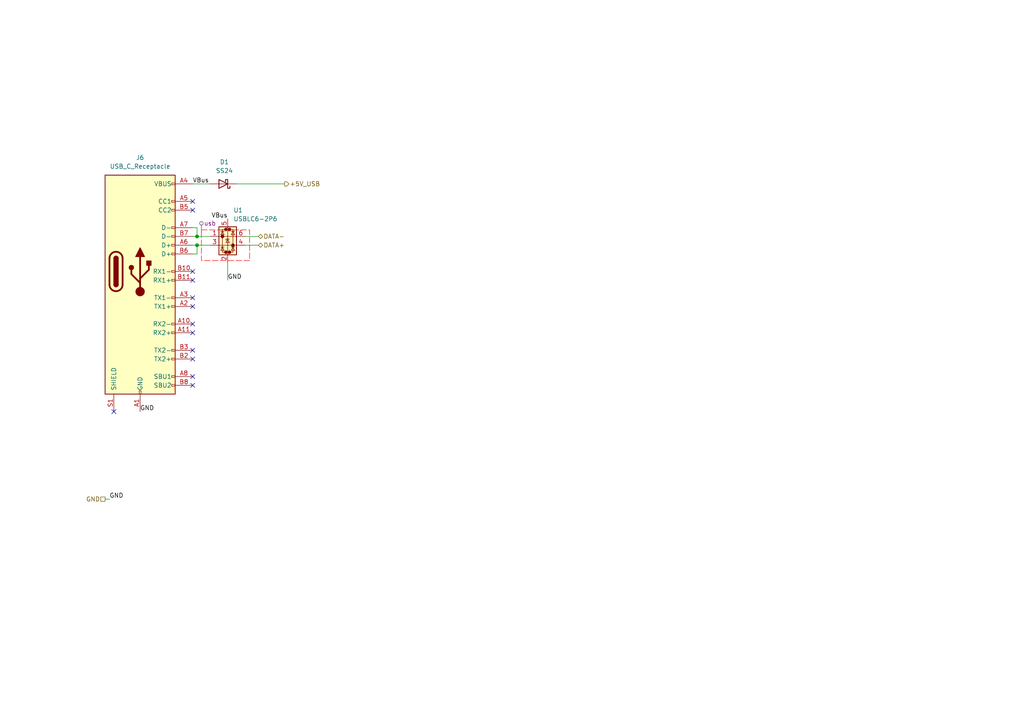
<source format=kicad_sch>
(kicad_sch (version 20250114) (generator "eeschema") (generator_version "9.0")
  (paper "A4")
  (lib_symbols
    (symbol "CREPP_Connectors_USB_C:USB_C_Receptacle" (pin_names (offset 1.016))
      (property "Reference" "J" (at -10.16 29.21 0))
      (property "Value" "USB_C_Receptacle" (at 10.16 29.21 0))
      (symbol "USB_C_Receptacle_0_0"
        (rectangle (start -0.254 -35.56) (end 0.254 -34.544))
        (rectangle (start 10.16 25.654) (end 9.144 25.146))
        (rectangle (start 10.16 20.574) (end 9.144 20.066))
        (rectangle (start 10.16 18.034) (end 9.144 17.526))
        (rectangle (start 10.16 12.954) (end 9.144 12.446))
        (rectangle (start 10.16 10.414) (end 9.144 9.906))
        (rectangle (start 10.16 7.874) (end 9.144 7.366))
        (rectangle (start 10.16 5.334) (end 9.144 4.826))
        (rectangle (start 10.16 0.254) (end 9.144 -0.254))
        (rectangle (start 10.16 -2.286) (end 9.144 -2.794))
        (rectangle (start 10.16 -7.366) (end 9.144 -7.874))
        (rectangle (start 10.16 -9.906) (end 9.144 -10.414))
        (rectangle (start 10.16 -14.986) (end 9.144 -15.494))
        (rectangle (start 10.16 -17.526) (end 9.144 -18.034))
        (rectangle (start 10.16 -22.606) (end 9.144 -23.114))
        (rectangle (start 10.16 -25.146) (end 9.144 -25.654))
        (rectangle (start 10.16 -30.226) (end 9.144 -30.734))
        (rectangle (start 10.16 -32.766) (end 9.144 -33.274))
      )
      (symbol "USB_C_Receptacle_0_1"
        (rectangle (start -10.16 27.94) (end 10.16 -35.56) (stroke (width 0.254)) (fill (type background)))
        (polyline (pts (xy -8.89 -3.81) (xy -8.89 3.81)) (stroke (width 0.508)))
        (rectangle (start -7.62 -3.81) (end -6.35 3.81) (stroke (width 0.254)) (fill (type outline)))
        (arc (start -7.62 3.81) (mid -6.985 4.4423) (end -6.35 3.81) (stroke (width 0.254)))
        (arc (start -7.62 3.81) (mid -6.985 4.4423) (end -6.35 3.81) (stroke (width 0.254)) (fill (type outline)))
        (arc (start -8.89 3.81) (mid -6.985 5.7067) (end -5.08 3.81) (stroke (width 0.508)))
        (arc (start -5.08 -3.81) (mid -6.985 -5.7067) (end -8.89 -3.81) (stroke (width 0.508)))
        (arc (start -6.35 -3.81) (mid -6.985 -4.4423) (end -7.62 -3.81) (stroke (width 0.254)))
        (arc (start -6.35 -3.81) (mid -6.985 -4.4423) (end -7.62 -3.81) (stroke (width 0.254)) (fill (type outline)))
        (polyline (pts (xy -5.08 3.81) (xy -5.08 -3.81)) (stroke (width 0.508)))
      )
      (symbol "USB_C_Receptacle_1_1"
        (circle (center -2.54 1.143) (radius 0.635) (stroke (width 0.254)) (fill (type outline)))
        (polyline (pts (xy -1.27 4.318) (xy 0 6.858) (xy 1.27 4.318) (xy -1.27 4.318)) (stroke (width 0.254)) (fill (type outline)))
        (polyline (pts (xy 0 -2.032) (xy 2.54 0.508) (xy 2.54 1.778)) (stroke (width 0.508)))
        (polyline (pts (xy 0 -3.302) (xy -2.54 -0.762) (xy -2.54 0.508)) (stroke (width 0.508)))
        (polyline (pts (xy 0 -5.842) (xy 0 4.318)) (stroke (width 0.508)))
        (circle (center 0 -5.842) (radius 1.27) (fill (type outline)))
        (rectangle (start 1.905 1.778) (end 3.175 3.048) (stroke (width 0.254)) (fill (type outline)))
        (pin passive line (at -7.62 -40.64 90) (length 5.08) (name "SHIELD") (number "S1"))
        (pin passive line (at 0 -40.64 90) (length 5.08) (name "GND") (number "A1"))
        (pin passive line (at 0 -40.64 90) (length 5.08) (hide yes) (name "GND") (number "A12"))
        (pin passive line (at 0 -40.64 90) (length 5.08) (hide yes) (name "GND") (number "B1"))
        (pin passive line (at 0 -40.64 90) (length 5.08) (hide yes) (name "GND") (number "B12"))
        (pin passive line (at 15.24 25.4 180) (length 5.08) (name "VBUS") (number "A4"))
        (pin passive line (at 15.24 25.4 180) (length 5.08) (hide yes) (name "VBUS") (number "A9"))
        (pin passive line (at 15.24 25.4 180) (length 5.08) (hide yes) (name "VBUS") (number "B4"))
        (pin passive line (at 15.24 25.4 180) (length 5.08) (hide yes) (name "VBUS") (number "B9"))
        (pin bidirectional line (at 15.24 20.32 180) (length 5.08) (name "CC1") (number "A5"))
        (pin bidirectional line (at 15.24 17.78 180) (length 5.08) (name "CC2") (number "B5"))
        (pin bidirectional line (at 15.24 12.7 180) (length 5.08) (name "D-") (number "A7"))
        (pin bidirectional line (at 15.24 10.16 180) (length 5.08) (name "D-") (number "B7"))
        (pin bidirectional line (at 15.24 7.62 180) (length 5.08) (name "D+") (number "A6"))
        (pin bidirectional line (at 15.24 5.08 180) (length 5.08) (name "D+") (number "B6"))
        (pin bidirectional line (at 15.24 0 180) (length 5.08) (name "RX1-") (number "B10"))
        (pin bidirectional line (at 15.24 -2.54 180) (length 5.08) (name "RX1+") (number "B11"))
        (pin bidirectional line (at 15.24 -7.62 180) (length 5.08) (name "TX1-") (number "A3"))
        (pin bidirectional line (at 15.24 -10.16 180) (length 5.08) (name "TX1+") (number "A2"))
        (pin bidirectional line (at 15.24 -15.24 180) (length 5.08) (name "RX2-") (number "A10"))
        (pin bidirectional line (at 15.24 -17.78 180) (length 5.08) (name "RX2+") (number "A11"))
        (pin bidirectional line (at 15.24 -22.86 180) (length 5.08) (name "TX2-") (number "B3"))
        (pin bidirectional line (at 15.24 -25.4 180) (length 5.08) (name "TX2+") (number "B2"))
        (pin bidirectional line (at 15.24 -30.48 180) (length 5.08) (name "SBU1") (number "A8"))
        (pin bidirectional line (at 15.24 -33.02 180) (length 5.08) (name "SBU2") (number "B8"))
      )
    )
    (symbol "CREPP_Diodes_SMT:1N5819_SS14" (pin_numbers (hide yes)) (pin_names (offset 1.016) (hide yes))
      (property "Reference" "D" (at 0 2.54 0))
      (property "Value" "SS24" (at 0 -2.54 0))
      (symbol "1N5819_SS14_0_1"
        (polyline (pts (xy -1.905 0.635) (xy -1.905 1.27) (xy -1.27 1.27) (xy -1.27 -1.27) (xy -0.635 -1.27) (xy -0.635 -0.635)) (stroke (width 0.254)))
        (polyline (pts (xy 1.27 1.27) (xy 1.27 -1.27) (xy -1.27 0) (xy 1.27 1.27)) (stroke (width 0.254)))
        (polyline (pts (xy 1.27 0) (xy -1.27 0)))
      )
      (symbol "1N5819_SS14_1_1"
        (pin passive line (at -3.81 0 0) (length 2.54) (name "K") (number "1"))
        (pin passive line (at 3.81 0 180) (length 2.54) (name "A") (number "2"))
      )
    )
    (symbol "CREPP_ESD:USBLC6-2P6" (pin_names (hide yes))
      (property "Reference" "U" (at 0.635 5.715 0))
      (property "Value" "USBLC6-2P6" (at 0.635 3.81 0))
      (symbol "USBLC6-2P6_0_0"
        (circle (center -1.524 0) (radius 0.0001) (stroke (width 0.508)))
        (circle (center -0.508 2.032) (radius 0.0001) (stroke (width 0.508)))
        (circle (center -0.508 -4.572) (radius 0.0001) (stroke (width 0.508)))
        (circle (center 0.508 2.032) (radius 0.0001) (stroke (width 0.508)))
        (circle (center 0.508 -4.572) (radius 0.0001) (stroke (width 0.508)))
        (circle (center 1.524 -2.54) (radius 0.0001) (stroke (width 0.508)))
      )
      (symbol "USBLC6-2P6_0_1"
        (polyline (pts (xy -2.54 0) (xy 2.54 0)))
        (polyline (pts (xy -2.54 -2.54) (xy 2.54 -2.54)))
        (polyline (pts (xy -2.032 0.508) (xy -1.016 0.508) (xy -1.524 1.524) (xy -2.032 0.508)))
        (polyline (pts (xy -2.032 -3.048) (xy -1.016 -3.048)))
        (polyline (pts (xy -1.016 1.524) (xy -2.032 1.524)))
        (polyline (pts (xy -1.016 -4.064) (xy -2.032 -4.064) (xy -1.524 -3.048) (xy -1.016 -4.064)))
        (polyline (pts (xy -0.508 -1.143) (xy -0.508 -0.762) (xy 0.508 -0.762)))
        (polyline (pts (xy 0 2.54) (xy -0.508 2.032) (xy 0.508 2.032) (xy 0 1.524) (xy 0 -4.064) (xy -0.508 -4.572) (xy 0.508 -4.572) (xy 0 -5.08)))
        (polyline (pts (xy 0.508 -1.778) (xy -0.508 -1.778) (xy 0 -0.762) (xy 0.508 -1.778)))
        (polyline (pts (xy 1.016 1.524) (xy 2.032 1.524)))
        (polyline (pts (xy 1.016 -3.048) (xy 2.032 -3.048)))
        (polyline (pts (xy 2.032 0.508) (xy 1.016 0.508) (xy 1.524 1.524) (xy 2.032 0.508)))
        (polyline (pts (xy 2.032 -4.064) (xy 1.016 -4.064) (xy 1.524 -3.048) (xy 2.032 -4.064)))
      )
      (symbol "USBLC6-2P6_1_1"
        (rectangle (start -2.54 2.794) (end 2.54 -5.334) (stroke (width 0.254)) (fill (type background)))
        (polyline (pts (xy -0.508 2.032) (xy -1.524 2.032) (xy -1.524 -4.572) (xy -0.508 -4.572)))
        (polyline (pts (xy 0.508 -4.572) (xy 1.524 -4.572) (xy 1.524 2.032) (xy 0.508 2.032)))
        (pin passive line (at -5.08 0 0) (length 2.54) (name "I/O1") (number "1"))
        (pin passive line (at -5.08 -2.54 0) (length 2.54) (name "I/O2") (number "3"))
        (pin passive line (at 0 5.08 270) (length 2.54) (name "VBUS") (number "5"))
        (pin passive line (at 0 -7.62 90) (length 2.54) (name "GND") (number "2"))
        (pin passive line (at 5.08 0 180) (length 2.54) (name "I/O1") (number "6"))
        (pin passive line (at 5.08 -2.54 180) (length 2.54) (name "I/O2") (number "4"))
      )
    )
  )
  (junction (at 57.15 68.58))
  (junction (at 57.15 71.12))
  (no_connect (at 55.88 81.28))
  (no_connect (at 55.88 78.74))
  (no_connect (at 55.88 86.36))
  (no_connect (at 55.88 96.52))
  (no_connect (at 55.88 58.42))
  (no_connect (at 55.88 88.9))
  (no_connect (at 55.88 111.76))
  (no_connect (at 55.88 93.98))
  (no_connect (at 55.88 109.22))
  (no_connect (at 33.02 119.38))
  (no_connect (at 55.88 104.14))
  (no_connect (at 55.88 60.96))
  (no_connect (at 55.88 101.6))
  (wire (pts (xy 71.12 68.58) (xy 74.93 68.58)))
  (wire (pts (xy 55.88 66.04) (xy 57.15 66.04)))
  (wire (pts (xy 30.48 144.78) (xy 31.75 144.78)))
  (wire (pts (xy 57.15 71.12) (xy 60.96 71.12)))
  (wire (pts (xy 71.12 71.12) (xy 74.93 71.12)))
  (wire (pts (xy 68.58 53.34) (xy 82.55 53.34)))
  (wire (pts (xy 57.15 68.58) (xy 55.88 68.58)))
  (wire (pts (xy 66.04 81.28) (xy 66.04 76.2)))
  (wire (pts (xy 57.15 71.12) (xy 57.15 73.66)))
  (wire (pts (xy 57.15 68.58) (xy 60.96 68.58)))
  (wire (pts (xy 57.15 66.04) (xy 57.15 68.58)))
  (wire (pts (xy 55.88 71.12) (xy 57.15 71.12)))
  (wire (pts (xy 55.88 53.34) (xy 60.96 53.34)))
  (wire (pts (xy 55.88 73.66) (xy 57.15 73.66)))
  (label "GND" (at 40.64 119.38 0))
  (label "GND" (at 31.75 144.78 0))
  (label "VBus" (at 55.88 53.34 0))
  (label "VBus" (at 66.04 63.5 180))
  (label "GND" (at 66.04 81.28 0))
  (hierarchical_label "DATA-" (shape bidirectional) (at 74.93 68.58 0))
  (hierarchical_label "GND" (shape passive) (at 30.48 144.78 180))
  (hierarchical_label "+5V_USB" (shape output) (at 82.55 53.34 0))
  (hierarchical_label "DATA+" (shape bidirectional) (at 74.93 71.12 0))
  (rule_area (polyline (pts (xy 58.42 66.675) (xy 72.39 66.675) (xy 72.39 75.565) (xy 58.42 75.565)) (stroke (width 0) (type dash))))
  (netclass_flag "" (length 2.54) (shape round) (at 58.42 67.31 0) (property "Netclass" "usb" (at 59.1185 64.77 0) (effects (justify left))))
  (symbol (lib_id "CREPP_ESD:USBLC6-2P6") (at 66.04 68.58 0) (unit 1)
    (property "Reference" "U1" (at 67.6911 60.96 0) (effects (justify left)))
    (property "Value" "USBLC6-2P6" (at 67.6911 63.5 0) (effects (justify left)))
    (property "Footprint" "Package_TO_SOT_SMD:SOT-666" (effects (hide yes)))
    (property "Datasheet" "https://www.st.com/resource/en/datasheet/usblc6-2.pdf" (effects (hide yes)))
    (property "Description" "Very low capacitance ESD protection diode, 2 data-line, SOT-666" (effects (hide yes)))
  )
  (symbol (lib_id "CREPP_Connectors_USB_C:USB_C_Receptacle") (at 40.64 78.74 0) (unit 1)
    (property "Reference" "J6" (at 40.64 45.72 0))
    (property "Value" "USB_C_Receptacle" (at 40.64 48.26 0))
    (property "Footprint" "CREPP_Connectors_USB:USB_C_Receptacle_GCT_USB4085" (effects (hide yes)))
    (property "Datasheet" "https://www.usb.org/sites/default/files/documents/usb_type-c.zip" (effects (hide yes)))
    (property "Description" "USB Full-Featured Type-C Receptacle connector" (effects (hide yes)))
  )
  (symbol (lib_id "CREPP_Diodes_SMT:1N5819_SS14") (at 64.77 53.34 180) (unit 1)
    (property "Reference" "D1" (at 65.0875 46.99 0))
    (property "Value" "SS24" (at 65.0875 49.53 0))
    (property "Footprint" "Diode_SMD:D_SMA" (effects (hide yes)))
    (property "Datasheet" "https://www.vishay.com/docs/88748/ss22.pdf" (effects (hide yes)))
    (property "Description" "40V 1A Schottky Diode, SMA" (effects (hide yes)))
  )
)
</source>
